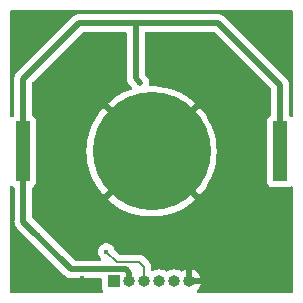
<source format=gbr>
%TF.GenerationSoftware,KiCad,Pcbnew,7.0.10*%
%TF.CreationDate,2026-01-16T16:27:33+08:00*%
%TF.ProjectId,NeepNeep-DAC-V1,4e656570-4e65-4657-902d-4441432d5631,rev?*%
%TF.SameCoordinates,Original*%
%TF.FileFunction,Copper,L2,Bot*%
%TF.FilePolarity,Positive*%
%FSLAX46Y46*%
G04 Gerber Fmt 4.6, Leading zero omitted, Abs format (unit mm)*
G04 Created by KiCad (PCBNEW 7.0.10) date 2026-01-16 16:27:33*
%MOMM*%
%LPD*%
G01*
G04 APERTURE LIST*
%TA.AperFunction,SMDPad,CuDef*%
%ADD10R,1.150000X5.080000*%
%TD*%
%TA.AperFunction,SMDPad,CuDef*%
%ADD11C,10.000000*%
%TD*%
%TA.AperFunction,ComponentPad*%
%ADD12R,1.000000X1.000000*%
%TD*%
%TA.AperFunction,ComponentPad*%
%ADD13O,1.000000X1.000000*%
%TD*%
%TA.AperFunction,ViaPad*%
%ADD14C,0.400000*%
%TD*%
%TA.AperFunction,ViaPad*%
%ADD15C,0.500000*%
%TD*%
%TA.AperFunction,Conductor*%
%ADD16C,0.500000*%
%TD*%
%TA.AperFunction,Conductor*%
%ADD17C,0.200000*%
%TD*%
G04 APERTURE END LIST*
D10*
%TO.P,BT1,1,+*%
%TO.N,3.3v*%
X10875000Y0D03*
X-10875000Y0D03*
D11*
%TO.P,BT1,2,-*%
%TO.N,GND*%
X0Y0D03*
%TD*%
D12*
%TO.P,J1,1,Pin_1*%
%TO.N,PB1{slash}MISO*%
X-3175000Y-11000000D03*
D13*
%TO.P,J1,2,Pin_2*%
%TO.N,3.3v*%
X-1905000Y-11000000D03*
%TO.P,J1,3,Pin_3*%
%TO.N,PB2{slash}SCK*%
X-635000Y-11000000D03*
%TO.P,J1,4,Pin_4*%
%TO.N,PB0{slash}MOSI*%
X635000Y-11000000D03*
%TO.P,J1,5,Pin_5*%
%TO.N,PB5{slash}RESET*%
X1905000Y-11000000D03*
%TO.P,J1,6,Pin_6*%
%TO.N,GND*%
X3175000Y-11000000D03*
%TD*%
D14*
%TO.N,GND*%
X-7350000Y-1950000D03*
X-7900000Y-11450000D03*
D15*
X-11500000Y-10300000D03*
X5300000Y-11500000D03*
X11250000Y-11400000D03*
D14*
X-11200000Y10350000D03*
X-10250000Y11400000D03*
X-11200000Y11400000D03*
X11250000Y8650000D03*
X11250000Y11400000D03*
D15*
X-4300000Y5650000D03*
D14*
%TO.N,3.3v*%
X-10875000Y3250000D03*
D15*
%TO.N,GND*%
X11400000Y-4300000D03*
X8650000Y200000D03*
X2350000Y-1000000D03*
D14*
X-5900000Y-10750000D03*
D15*
X-9400000Y1150000D03*
X-6700000Y5650000D03*
D14*
X-5900000Y-6800000D03*
X6250000Y8650000D03*
X2050000Y8850000D03*
%TO.N,3.3v*%
X-950000Y5800000D03*
X5150000Y10850000D03*
%TO.N,GND*%
X-3800000Y-271250D03*
X-5250000Y-4050000D03*
%TO.N,3.3v*%
X-4050000Y10850000D03*
%TO.N,GND*%
X1100000Y-2800000D03*
X-550000Y300000D03*
%TO.N,3.3v*%
X-9650000Y-7100000D03*
%TO.N,PB2{slash}SCK*%
X-3828554Y-8478554D03*
%TD*%
D16*
%TO.N,3.3v*%
X-10875000Y3250000D02*
X-10875000Y6143548D01*
X-10875000Y0D02*
X-10875000Y3250000D01*
X-6168548Y10850000D02*
X-1350000Y10850000D01*
X-10875000Y6143548D02*
X-6168548Y10850000D01*
X-1350000Y6200000D02*
X-950000Y5800000D01*
X-1350000Y10850000D02*
X5650000Y10850000D01*
X-1350000Y10850000D02*
X-1350000Y6200000D01*
D17*
%TO.N,PB2{slash}SCK*%
X-635000Y-9765000D02*
X-635000Y-11000000D01*
X-1049500Y-9350500D02*
X-635000Y-9765000D01*
X-2956608Y-9350500D02*
X-1049500Y-9350500D01*
X-3828554Y-8478554D02*
X-2956608Y-9350500D01*
D16*
%TO.N,3.3v*%
X-2197894Y-10000000D02*
X-1905000Y-10292894D01*
X10875000Y5625000D02*
X10875000Y0D01*
X-6800000Y-10000000D02*
X-2197894Y-10000000D01*
X-10875000Y0D02*
X-10850000Y-25000D01*
X-1905000Y-10292894D02*
X-1905000Y-11000000D01*
X5650000Y10850000D02*
X10875000Y5625000D01*
X-10850000Y-5950000D02*
X-6800000Y-10000000D01*
X-10850000Y-25000D02*
X-10850000Y-4150000D01*
X-10850000Y-4150000D02*
X-10850000Y-5950000D01*
%TD*%
%TA.AperFunction,Conductor*%
%TO.N,GND*%
G36*
X-11772991Y-2933407D02*
G01*
X-11696208Y-2990887D01*
X-11696206Y-2990888D01*
X-11696204Y-2990889D01*
X-11692490Y-2992274D01*
X-11690467Y-2993029D01*
X-11633631Y-3035576D01*
X-11608821Y-3102096D01*
X-11608500Y-3111084D01*
X-11608500Y-5885559D01*
X-11609830Y-5903819D01*
X-11613341Y-5927786D01*
X-11613341Y-5927795D01*
X-11608980Y-5977633D01*
X-11608500Y-5988616D01*
X-11608500Y-5994185D01*
X-11604865Y-6025289D01*
X-11604493Y-6028932D01*
X-11597889Y-6104418D01*
X-11596404Y-6111606D01*
X-11596469Y-6111619D01*
X-11594835Y-6118989D01*
X-11594771Y-6118975D01*
X-11593079Y-6126116D01*
X-11567154Y-6197342D01*
X-11565951Y-6200804D01*
X-11542116Y-6272735D01*
X-11539013Y-6279388D01*
X-11539074Y-6279416D01*
X-11535789Y-6286202D01*
X-11535730Y-6286173D01*
X-11532437Y-6292730D01*
X-11490768Y-6356084D01*
X-11488829Y-6359127D01*
X-11449030Y-6423651D01*
X-11449028Y-6423654D01*
X-11444478Y-6429408D01*
X-11444532Y-6429450D01*
X-11439772Y-6435292D01*
X-11439721Y-6435250D01*
X-11435003Y-6440872D01*
X-11379845Y-6492911D01*
X-11377216Y-6495465D01*
X-7381908Y-10490773D01*
X-7369935Y-10504627D01*
X-7355469Y-10524058D01*
X-7317126Y-10556231D01*
X-7309033Y-10563648D01*
X-7305100Y-10567581D01*
X-7305097Y-10567583D01*
X-7280545Y-10586997D01*
X-7277705Y-10589311D01*
X-7219645Y-10638028D01*
X-7219640Y-10638032D01*
X-7219636Y-10638034D01*
X-7213505Y-10642067D01*
X-7213542Y-10642122D01*
X-7207189Y-10646169D01*
X-7207153Y-10646113D01*
X-7200908Y-10649965D01*
X-7200905Y-10649967D01*
X-7132214Y-10681998D01*
X-7128916Y-10683595D01*
X-7116385Y-10689888D01*
X-7061188Y-10717609D01*
X-7061186Y-10717609D01*
X-7054287Y-10720121D01*
X-7054311Y-10720185D01*
X-7047195Y-10722659D01*
X-7047173Y-10722595D01*
X-7040209Y-10724903D01*
X-6965937Y-10740238D01*
X-6962370Y-10741029D01*
X-6888656Y-10758500D01*
X-6888649Y-10758500D01*
X-6881367Y-10759352D01*
X-6881375Y-10759419D01*
X-6873878Y-10760185D01*
X-6873872Y-10760119D01*
X-6866565Y-10760757D01*
X-6866558Y-10760759D01*
X-6791811Y-10758584D01*
X-6790741Y-10758553D01*
X-6787077Y-10758500D01*
X-4309500Y-10758500D01*
X-4241379Y-10778502D01*
X-4194886Y-10832158D01*
X-4183500Y-10884500D01*
X-4183500Y-11548649D01*
X-4176991Y-11609196D01*
X-4176989Y-11609204D01*
X-4125890Y-11746202D01*
X-4125888Y-11746207D01*
X-4105837Y-11772991D01*
X-4081026Y-11839511D01*
X-4096117Y-11908885D01*
X-4146319Y-11959087D01*
X-4206705Y-11974500D01*
X-11848500Y-11974500D01*
X-11916621Y-11954498D01*
X-11963114Y-11900842D01*
X-11974500Y-11848500D01*
X-11974500Y-3034275D01*
X-11954498Y-2966154D01*
X-11900842Y-2919661D01*
X-11830568Y-2909557D01*
X-11772991Y-2933407D01*
G37*
%TD.AperFunction*%
%TA.AperFunction,Conductor*%
G36*
X-2166379Y10071498D02*
G01*
X-2119886Y10017842D01*
X-2108500Y9965500D01*
X-2108500Y6264441D01*
X-2109830Y6246181D01*
X-2113341Y6222214D01*
X-2113341Y6222205D01*
X-2108980Y6172367D01*
X-2108500Y6161384D01*
X-2108500Y6155815D01*
X-2104865Y6124711D01*
X-2104493Y6121068D01*
X-2097889Y6045582D01*
X-2096404Y6038394D01*
X-2096469Y6038381D01*
X-2094835Y6031011D01*
X-2094771Y6031025D01*
X-2093079Y6023884D01*
X-2067154Y5952658D01*
X-2065951Y5949196D01*
X-2042116Y5877265D01*
X-2039013Y5870612D01*
X-2039074Y5870584D01*
X-2035789Y5863798D01*
X-2035730Y5863827D01*
X-2032437Y5857270D01*
X-1990768Y5793916D01*
X-1988829Y5790873D01*
X-1949030Y5726349D01*
X-1949028Y5726346D01*
X-1944478Y5720592D01*
X-1944532Y5720550D01*
X-1939772Y5714708D01*
X-1939721Y5714750D01*
X-1935003Y5709128D01*
X-1879845Y5657089D01*
X-1877216Y5654535D01*
X-1666730Y5444049D01*
X-1632704Y5381737D01*
X-1637769Y5310922D01*
X-1680316Y5254086D01*
X-1713849Y5236152D01*
X-2055536Y5115426D01*
X-2055552Y5115420D01*
X-2481958Y4922671D01*
X-2890489Y4694452D01*
X-2890494Y4694450D01*
X-3278184Y4432417D01*
X-3278190Y4432412D01*
X-3642285Y4138426D01*
X-3712205Y4071415D01*
X-3712205Y4071414D01*
X-1Y359210D01*
X1Y359210D01*
X3712203Y4071414D01*
X3642278Y4138432D01*
X3278189Y4432412D01*
X3278183Y4432417D01*
X2890493Y4694450D01*
X2890488Y4694452D01*
X2481957Y4922671D01*
X2055553Y5115418D01*
X1614315Y5271318D01*
X1161473Y5389229D01*
X1161462Y5389232D01*
X700247Y5468314D01*
X233989Y5508000D01*
X-80377Y5508000D01*
X-148498Y5528002D01*
X-194991Y5581658D01*
X-205095Y5651932D01*
X-205047Y5652262D01*
X-204340Y5657089D01*
X-186659Y5777789D01*
X-202113Y5954427D01*
X-202114Y5954430D01*
X-202114Y5954432D01*
X-257885Y6122736D01*
X-257886Y6122737D01*
X-257886Y6122739D01*
X-350971Y6273652D01*
X-350972Y6273653D01*
X-350977Y6273659D01*
X-554595Y6477277D01*
X-588621Y6539589D01*
X-591500Y6566372D01*
X-591500Y9965500D01*
X-571498Y10033621D01*
X-517842Y10080114D01*
X-465500Y10091500D01*
X5283629Y10091500D01*
X5351750Y10071498D01*
X5372724Y10054595D01*
X10079595Y5347724D01*
X10113621Y5285412D01*
X10116500Y5258629D01*
X10116500Y3099887D01*
X10096498Y3031766D01*
X10059935Y2997725D01*
X10061010Y2996289D01*
X9936738Y2903262D01*
X9849112Y2786208D01*
X9849110Y2786203D01*
X9798011Y2649205D01*
X9798009Y2649197D01*
X9791500Y2588650D01*
X9791500Y-2588649D01*
X9798009Y-2649196D01*
X9798011Y-2649204D01*
X9849110Y-2786202D01*
X9849112Y-2786207D01*
X9936738Y-2903261D01*
X10053792Y-2990887D01*
X10053794Y-2990888D01*
X10053796Y-2990889D01*
X10059534Y-2993029D01*
X10190795Y-3041988D01*
X10190803Y-3041990D01*
X10251350Y-3048499D01*
X10251355Y-3048499D01*
X10251362Y-3048500D01*
X10251368Y-3048500D01*
X11498632Y-3048500D01*
X11498638Y-3048500D01*
X11498645Y-3048499D01*
X11498649Y-3048499D01*
X11559196Y-3041990D01*
X11559199Y-3041989D01*
X11559201Y-3041989D01*
X11696204Y-2990889D01*
X11718914Y-2973889D01*
X11772991Y-2933407D01*
X11839511Y-2908596D01*
X11908885Y-2923687D01*
X11959087Y-2973889D01*
X11974500Y-3034275D01*
X11974500Y-11848500D01*
X11954498Y-11916621D01*
X11900842Y-11963114D01*
X11848500Y-11974500D01*
X3928633Y-11974500D01*
X3860512Y-11954498D01*
X3814019Y-11900842D01*
X3803915Y-11830568D01*
X3833409Y-11765988D01*
X3848699Y-11751101D01*
X3891211Y-11716211D01*
X4017175Y-11562724D01*
X4110775Y-11387612D01*
X4110776Y-11387610D01*
X4151307Y-11254000D01*
X3385059Y-11254000D01*
X3387129Y-11252805D01*
X3460801Y-11165007D01*
X3500000Y-11057306D01*
X3500000Y-10942694D01*
X3460801Y-10834993D01*
X3387129Y-10747195D01*
X3287871Y-10689888D01*
X3203436Y-10675000D01*
X3146564Y-10675000D01*
X3062129Y-10689888D01*
X2962871Y-10747195D01*
X2921000Y-10797094D01*
X2921000Y-10023693D01*
X2920999Y-10023692D01*
X3429000Y-10023692D01*
X3429000Y-10746000D01*
X4151307Y-10746000D01*
X4151307Y-10745999D01*
X4110776Y-10612389D01*
X4110775Y-10612387D01*
X4017175Y-10437275D01*
X3891211Y-10283788D01*
X3737724Y-10157824D01*
X3562612Y-10064224D01*
X3562610Y-10064223D01*
X3429000Y-10023692D01*
X2920999Y-10023692D01*
X2787389Y-10064223D01*
X2787387Y-10064224D01*
X2612271Y-10157826D01*
X2610446Y-10159046D01*
X2609345Y-10159390D01*
X2606817Y-10160742D01*
X2606560Y-10160262D01*
X2542691Y-10180255D01*
X2474226Y-10161466D01*
X2470453Y-10159041D01*
X2468007Y-10157406D01*
X2292804Y-10063759D01*
X2102701Y-10006092D01*
X2102700Y-10006091D01*
X2102694Y-10006090D01*
X1905003Y-9986620D01*
X1904997Y-9986620D01*
X1707305Y-10006090D01*
X1517195Y-10063759D01*
X1341991Y-10157407D01*
X1339997Y-10158740D01*
X1338793Y-10159116D01*
X1336537Y-10160323D01*
X1336308Y-10159894D01*
X1272243Y-10179952D01*
X1203777Y-10161166D01*
X1200003Y-10158740D01*
X1198008Y-10157407D01*
X1022804Y-10063759D01*
X832701Y-10006092D01*
X832700Y-10006091D01*
X832694Y-10006090D01*
X635003Y-9986620D01*
X634997Y-9986620D01*
X437305Y-10006090D01*
X247195Y-10063759D01*
X158896Y-10110956D01*
X89390Y-10125428D01*
X23094Y-10100024D01*
X-18944Y-10042811D01*
X-26500Y-9999834D01*
X-26500Y-9813143D01*
X-25422Y-9796696D01*
X-21249Y-9764999D01*
X-24003Y-9744086D01*
X-42162Y-9606150D01*
X-64812Y-9551468D01*
X-103475Y-9458124D01*
X-179003Y-9359695D01*
X-179033Y-9359658D01*
X-201013Y-9331013D01*
X-226382Y-9311546D01*
X-238771Y-9300680D01*
X-585185Y-8954266D01*
X-596053Y-8941874D01*
X-615513Y-8916513D01*
X-647426Y-8892025D01*
X-647426Y-8892024D01*
X-742618Y-8818980D01*
X-742626Y-8818975D01*
X-890649Y-8757662D01*
X-910042Y-8755107D01*
X-910042Y-8755108D01*
X-1013697Y-8741462D01*
X-1013724Y-8741459D01*
X-1049497Y-8736750D01*
X-1049500Y-8736750D01*
X-1081191Y-8740922D01*
X-1097637Y-8742000D01*
X-2652369Y-8742000D01*
X-2720490Y-8721998D01*
X-2741464Y-8705095D01*
X-3114498Y-8332061D01*
X-3143215Y-8287646D01*
X-3196600Y-8146880D01*
X-3196600Y-8146879D01*
X-3294339Y-8005281D01*
X-3423124Y-7891187D01*
X-3423125Y-7891186D01*
X-3423128Y-7891184D01*
X-3575467Y-7811231D01*
X-3575475Y-7811227D01*
X-3742523Y-7770054D01*
X-3742526Y-7770054D01*
X-3914582Y-7770054D01*
X-3914586Y-7770054D01*
X-4081634Y-7811227D01*
X-4081642Y-7811231D01*
X-4233981Y-7891184D01*
X-4233986Y-7891188D01*
X-4362769Y-8005281D01*
X-4460509Y-8146880D01*
X-4521520Y-8307754D01*
X-4542258Y-8478550D01*
X-4542258Y-8478557D01*
X-4521520Y-8649353D01*
X-4481412Y-8755108D01*
X-4460508Y-8810229D01*
X-4362769Y-8951827D01*
X-4284475Y-9021189D01*
X-4246751Y-9081332D01*
X-4247531Y-9152324D01*
X-4286569Y-9211625D01*
X-4351469Y-9240407D01*
X-4368030Y-9241500D01*
X-6433629Y-9241500D01*
X-6501750Y-9221498D01*
X-6522724Y-9204595D01*
X-10054595Y-5672724D01*
X-10088621Y-5610412D01*
X-10091500Y-5583629D01*
X-10091500Y-4071412D01*
X-3712205Y-4071412D01*
X-3642279Y-4138431D01*
X-3278190Y-4432411D01*
X-3278184Y-4432416D01*
X-2890494Y-4694449D01*
X-2890489Y-4694451D01*
X-2481958Y-4922670D01*
X-2055554Y-5115417D01*
X-1614316Y-5271317D01*
X-1161474Y-5389228D01*
X-1161463Y-5389231D01*
X-700248Y-5468313D01*
X-233990Y-5507999D01*
X-233967Y-5508000D01*
X233967Y-5508000D01*
X233989Y-5507999D01*
X700247Y-5468313D01*
X1161462Y-5389231D01*
X1161473Y-5389228D01*
X1614315Y-5271317D01*
X2055553Y-5115417D01*
X2481957Y-4922670D01*
X2890488Y-4694451D01*
X2890493Y-4694449D01*
X3278183Y-4432416D01*
X3278189Y-4432411D01*
X3642290Y-4138420D01*
X3712202Y-4071413D01*
X3712203Y-4071412D01*
X1Y-359210D01*
X-1Y-359210D01*
X-3712205Y-4071412D01*
X-10091500Y-4071412D01*
X-10091500Y-3082185D01*
X-10071498Y-3014064D01*
X-10041009Y-2981317D01*
X-9936739Y-2903261D01*
X-9849113Y-2786207D01*
X-9849113Y-2786206D01*
X-9849111Y-2786204D01*
X-9798011Y-2649201D01*
X-9791500Y-2588638D01*
X-9791500Y-10D01*
X-5512967Y-10D01*
X-5493108Y-467507D01*
X-5493104Y-467551D01*
X-5433671Y-931683D01*
X-5433668Y-931701D01*
X-5335080Y-1389147D01*
X-5198054Y-1836582D01*
X-5198053Y-1836586D01*
X-5023580Y-2270783D01*
X-5023574Y-2270795D01*
X-4812896Y-2688648D01*
X-4812895Y-2688650D01*
X-4567549Y-3087119D01*
X-4289288Y-3463352D01*
X-4289284Y-3463357D01*
X-4070807Y-3711595D01*
X-4070807Y-3711596D01*
X-359211Y-1D01*
X359210Y-1D01*
X4070805Y-3711596D01*
X4070805Y-3711595D01*
X4289283Y-3463357D01*
X4289287Y-3463352D01*
X4567548Y-3087119D01*
X4812894Y-2688650D01*
X4812895Y-2688648D01*
X5023573Y-2270795D01*
X5023579Y-2270783D01*
X5198052Y-1836586D01*
X5198053Y-1836582D01*
X5335079Y-1389147D01*
X5433667Y-931701D01*
X5433670Y-931683D01*
X5493103Y-467551D01*
X5493107Y-467507D01*
X5512967Y-10D01*
X5512967Y11D01*
X5493107Y467508D01*
X5493103Y467552D01*
X5433670Y931684D01*
X5433667Y931702D01*
X5335079Y1389148D01*
X5198053Y1836583D01*
X5198052Y1836587D01*
X5023579Y2270784D01*
X5023573Y2270796D01*
X4812895Y2688649D01*
X4812894Y2688651D01*
X4567548Y3087120D01*
X4289287Y3463353D01*
X4289283Y3463358D01*
X4070805Y3711597D01*
X4070805Y3711598D01*
X359210Y2D01*
X359210Y-1D01*
X-359211Y-1D01*
X-359210Y0D01*
X-359210Y1D01*
X-4070807Y3711598D01*
X-4070807Y3711597D01*
X-4289281Y3463361D01*
X-4567549Y3087120D01*
X-4812895Y2688651D01*
X-4812896Y2688649D01*
X-5023574Y2270796D01*
X-5023580Y2270784D01*
X-5198053Y1836587D01*
X-5198054Y1836583D01*
X-5335080Y1389148D01*
X-5433668Y931702D01*
X-5433671Y931684D01*
X-5493104Y467552D01*
X-5493108Y467508D01*
X-5512967Y11D01*
X-5512967Y-10D01*
X-9791500Y-10D01*
X-9791500Y2588638D01*
X-9791501Y2588650D01*
X-9798010Y2649197D01*
X-9798012Y2649205D01*
X-9849111Y2786203D01*
X-9849113Y2786208D01*
X-9936739Y2903262D01*
X-10061010Y2996289D01*
X-10059669Y2998082D01*
X-10101091Y3039507D01*
X-10116500Y3099887D01*
X-10116500Y5777177D01*
X-10096498Y5845298D01*
X-10079595Y5866272D01*
X-5891272Y10054595D01*
X-5828960Y10088621D01*
X-5802177Y10091500D01*
X-2234500Y10091500D01*
X-2166379Y10071498D01*
G37*
%TD.AperFunction*%
%TA.AperFunction,Conductor*%
G36*
X11916621Y11954498D02*
G01*
X11963114Y11900842D01*
X11974500Y11848500D01*
X11974500Y3034275D01*
X11954498Y2966154D01*
X11900842Y2919661D01*
X11830568Y2909557D01*
X11772991Y2933407D01*
X11688990Y2996289D01*
X11690331Y2998082D01*
X11648909Y3039507D01*
X11633500Y3099887D01*
X11633500Y5560559D01*
X11634830Y5578818D01*
X11635940Y5586400D01*
X11638341Y5602789D01*
X11634712Y5644260D01*
X11633979Y5652648D01*
X11633500Y5663628D01*
X11633500Y5669187D01*
X11629866Y5700266D01*
X11629496Y5703878D01*
X11622887Y5779426D01*
X11622885Y5779430D01*
X11621403Y5786612D01*
X11621469Y5786626D01*
X11619837Y5793988D01*
X11619772Y5793972D01*
X11618081Y5801107D01*
X11607795Y5829367D01*
X11592139Y5872380D01*
X11590952Y5875797D01*
X11590466Y5877265D01*
X11567114Y5947738D01*
X11567109Y5947745D01*
X11564012Y5954389D01*
X11564074Y5954419D01*
X11560788Y5961205D01*
X11560728Y5961174D01*
X11557433Y5967735D01*
X11515776Y6031070D01*
X11513812Y6034154D01*
X11474032Y6098649D01*
X11469478Y6104408D01*
X11469531Y6104451D01*
X11464766Y6110300D01*
X11464715Y6110256D01*
X11459998Y6115878D01*
X11404826Y6167930D01*
X11402197Y6170484D01*
X6231908Y11340773D01*
X6219936Y11354625D01*
X6205469Y11374058D01*
X6205467Y11374060D01*
X6167129Y11406230D01*
X6159027Y11413655D01*
X6155106Y11417576D01*
X6130528Y11437011D01*
X6127691Y11439322D01*
X6069635Y11488036D01*
X6063506Y11492067D01*
X6063541Y11492122D01*
X6057187Y11496171D01*
X6057153Y11496114D01*
X6050906Y11499967D01*
X5982205Y11532004D01*
X5978909Y11533599D01*
X5974546Y11535790D01*
X5911188Y11567609D01*
X5911186Y11567610D01*
X5911183Y11567611D01*
X5904289Y11570120D01*
X5904311Y11570183D01*
X5897189Y11572659D01*
X5897169Y11572596D01*
X5890211Y11574902D01*
X5815942Y11590238D01*
X5812367Y11591031D01*
X5738656Y11608500D01*
X5731367Y11609352D01*
X5731374Y11609420D01*
X5723877Y11610186D01*
X5723872Y11610119D01*
X5716559Y11610759D01*
X5716558Y11610759D01*
X5684630Y11609830D01*
X5640741Y11608553D01*
X5637077Y11608500D01*
X-1324256Y11608500D01*
X-1331581Y11608713D01*
X-1344379Y11609459D01*
X-1394399Y11612372D01*
X-1394407Y11612372D01*
X-1405509Y11610414D01*
X-1427387Y11608500D01*
X-6104107Y11608500D01*
X-6122367Y11609830D01*
X-6146336Y11613341D01*
X-6146337Y11613341D01*
X-6191931Y11609352D01*
X-6196194Y11608979D01*
X-6207175Y11608500D01*
X-6212734Y11608500D01*
X-6243839Y11604865D01*
X-6247481Y11604493D01*
X-6322971Y11597888D01*
X-6330162Y11596403D01*
X-6330176Y11596468D01*
X-6337534Y11594837D01*
X-6337518Y11594772D01*
X-6344657Y11593080D01*
X-6344660Y11593080D01*
X-6344661Y11593079D01*
X-6374392Y11582259D01*
X-6415894Y11567154D01*
X-6419350Y11565953D01*
X-6491289Y11542114D01*
X-6497935Y11539014D01*
X-6497963Y11539074D01*
X-6504747Y11535790D01*
X-6504717Y11535731D01*
X-6511280Y11532435D01*
X-6574617Y11490779D01*
X-6577704Y11488813D01*
X-6642197Y11449032D01*
X-6647956Y11444478D01*
X-6647997Y11444530D01*
X-6653844Y11439767D01*
X-6653802Y11439717D01*
X-6659420Y11435004D01*
X-6711461Y11379844D01*
X-6714014Y11377217D01*
X-11365775Y6725456D01*
X-11379624Y6713486D01*
X-11399057Y6699019D01*
X-11431229Y6660678D01*
X-11438640Y6652590D01*
X-11442580Y6648650D01*
X-11442586Y6648643D01*
X-11462003Y6624088D01*
X-11464311Y6621254D01*
X-11513036Y6563184D01*
X-11517065Y6557057D01*
X-11517120Y6557093D01*
X-11521175Y6550728D01*
X-11521118Y6550693D01*
X-11524970Y6544450D01*
X-11557004Y6475754D01*
X-11558599Y6472461D01*
X-11592606Y6404743D01*
X-11595118Y6397841D01*
X-11595180Y6397864D01*
X-11597657Y6390738D01*
X-11597596Y6390717D01*
X-11599904Y6383753D01*
X-11615241Y6309484D01*
X-11616033Y6305911D01*
X-11633500Y6232208D01*
X-11634352Y6224914D01*
X-11634419Y6224922D01*
X-11635186Y6217422D01*
X-11635119Y6217416D01*
X-11635759Y6210106D01*
X-11633553Y6134290D01*
X-11633500Y6130626D01*
X-11633500Y3099887D01*
X-11653502Y3031766D01*
X-11690065Y2997725D01*
X-11688990Y2996289D01*
X-11772991Y2933407D01*
X-11839512Y2908596D01*
X-11908886Y2923688D01*
X-11959088Y2973890D01*
X-11974500Y3034275D01*
X-11974500Y11848500D01*
X-11954498Y11916621D01*
X-11900842Y11963114D01*
X-11848500Y11974500D01*
X11848500Y11974500D01*
X11916621Y11954498D01*
G37*
%TD.AperFunction*%
%TD*%
M02*

</source>
